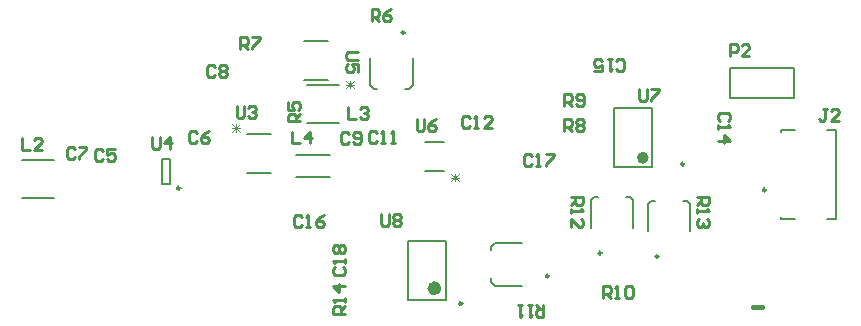
<source format=gbr>
G04*
G04 #@! TF.GenerationSoftware,Altium Limited,Altium Designer,24.6.1 (21)*
G04*
G04 Layer_Color=65535*
%FSLAX25Y25*%
%MOIN*%
G70*
G04*
G04 #@! TF.SameCoordinates,070BA572-D09E-44C5-9521-77B36399D436*
G04*
G04*
G04 #@! TF.FilePolarity,Positive*
G04*
G01*
G75*
%ADD10C,0.00984*%
%ADD11C,0.01968*%
%ADD12C,0.02362*%
%ADD13C,0.00787*%
%ADD14C,0.01575*%
%ADD15C,0.00600*%
%ADD16C,0.00300*%
%ADD17C,0.01000*%
D10*
X592055Y369886D02*
G03*
X592055Y369886I-492J0D01*
G01*
X574559Y362175D02*
G03*
X574559Y362175I-492J0D01*
G01*
X611055Y368677D02*
G03*
X611055Y368677I-492J0D01*
G01*
X526429Y443323D02*
G03*
X526429Y443323I-492J0D01*
G01*
X619638Y399543D02*
G03*
X619638Y399543I-492J0D01*
G01*
X646854Y390882D02*
G03*
X646854Y390882I-492J0D01*
G01*
X451626Y391488D02*
G03*
X451626Y391488I-492J0D01*
G01*
X545614Y353055D02*
G03*
X545614Y353055I-492J0D01*
G01*
D11*
X606821Y401610D02*
G03*
X606821Y401610I-984J0D01*
G01*
D12*
X537543Y358095D02*
G03*
X537543Y358095I-1181J0D01*
G01*
D13*
X602587Y378350D02*
Y387405D01*
X601405Y388587D02*
X602587Y387405D01*
X600224Y388587D02*
X601405D01*
X589595Y388587D02*
X590776D01*
X588413Y387405D02*
X589595Y388587D01*
X588413Y378350D02*
Y387405D01*
X556547Y373199D02*
X565602D01*
X555366Y372017D02*
X556547Y373199D01*
X555366Y370836D02*
Y372017D01*
X555366Y360206D02*
Y361387D01*
Y360206D02*
X556547Y359025D01*
X565602D01*
X621587Y377142D02*
Y386197D01*
X620405Y387378D02*
X621587Y386197D01*
X619224Y387378D02*
X620405D01*
X608595Y387378D02*
X609776D01*
X607413Y386197D02*
X608595Y387378D01*
X607413Y377142D02*
Y386197D01*
X514913Y425803D02*
Y434858D01*
Y425803D02*
X516094Y424622D01*
X517276D01*
X526724Y424622D02*
X527906D01*
X529087Y425803D01*
Y434858D01*
X596210Y398657D02*
X608790D01*
X596210D02*
Y418342D01*
X608790D01*
Y398657D02*
Y418342D01*
X667083Y381256D02*
X670279D01*
X651794Y381255D02*
X656547D01*
X651794D02*
Y381772D01*
X651776Y410232D02*
Y410745D01*
X651776D02*
X656547D01*
X667083D02*
X670280D01*
X670279Y381256D02*
Y410744D01*
X494043Y425799D02*
X504673Y425799D01*
X494043Y413201D02*
X504673D01*
X634752Y421500D02*
X656248Y421500D01*
Y431500D01*
X634752Y431500D02*
X656248Y431500D01*
X634752Y421500D02*
Y431500D01*
X445622Y392945D02*
Y401055D01*
X448378Y392945D02*
Y401055D01*
X445622D02*
X448378D01*
X445622Y392945D02*
X448378D01*
X490374Y402658D02*
X501626D01*
X490374Y395342D02*
X501626D01*
X399043Y388201D02*
X409673D01*
X399043Y400799D02*
X409673D01*
X527701Y373843D02*
X540299D01*
X527701Y354157D02*
X540299D01*
X527701D02*
Y373843D01*
X540299Y354157D02*
Y373843D01*
D14*
X642425Y351996D02*
X645575D01*
D15*
X493050Y427600D02*
X500950D01*
X493050Y440400D02*
X500950D01*
X474050Y396600D02*
X481950D01*
X474050Y409400D02*
X481950D01*
X533350Y406850D02*
X539650D01*
X533350Y397150D02*
X539650D01*
D16*
X509500Y424720D02*
X506876Y427344D01*
X509500D02*
X506876Y424720D01*
X509500Y426032D02*
X506876D01*
X508188Y427344D02*
Y424720D01*
X469000Y412780D02*
X471624Y410156D01*
X469000D02*
X471624Y412780D01*
X469000Y411468D02*
X471624D01*
X470312Y410156D02*
Y412780D01*
X544500Y393720D02*
X541876Y396344D01*
X544500D02*
X541876Y393720D01*
X544500Y395032D02*
X541876D01*
X543188Y396344D02*
Y393720D01*
D17*
X634800Y435500D02*
Y439436D01*
X636768D01*
X637424Y438780D01*
Y437468D01*
X636768Y436812D01*
X634800D01*
X641360Y435500D02*
X638736D01*
X641360Y438124D01*
Y438780D01*
X640704Y439436D01*
X639392D01*
X638736Y438780D01*
X667344Y417968D02*
X666032D01*
X666688D01*
Y414688D01*
X666032Y414032D01*
X665376D01*
X664720Y414688D01*
X671280Y414032D02*
X668656D01*
X671280Y416656D01*
Y417312D01*
X670624Y417968D01*
X669312D01*
X668656Y417312D01*
X518600Y382836D02*
Y379556D01*
X519256Y378900D01*
X520568D01*
X521224Y379556D01*
Y382836D01*
X522536Y382180D02*
X523192Y382836D01*
X524504D01*
X525160Y382180D01*
Y381524D01*
X524504Y380868D01*
X525160Y380212D01*
Y379556D01*
X524504Y378900D01*
X523192D01*
X522536Y379556D01*
Y380212D01*
X523192Y380868D01*
X522536Y381524D01*
Y382180D01*
X523192Y380868D02*
X524504D01*
X604720Y424468D02*
Y421188D01*
X605376Y420532D01*
X606688D01*
X607344Y421188D01*
Y424468D01*
X608656D02*
X611280D01*
Y423812D01*
X608656Y421188D01*
Y420532D01*
X530400Y414536D02*
Y411256D01*
X531056Y410600D01*
X532368D01*
X533024Y411256D01*
Y414536D01*
X536960D02*
X535648Y413880D01*
X534336Y412568D01*
Y411256D01*
X534992Y410600D01*
X536304D01*
X536960Y411256D01*
Y411912D01*
X536304Y412568D01*
X534336D01*
X510968Y436780D02*
X507688D01*
X507032Y436124D01*
Y434812D01*
X507688Y434156D01*
X510968D01*
Y430220D02*
Y432844D01*
X509000D01*
X509656Y431532D01*
Y430876D01*
X509000Y430220D01*
X507688D01*
X507032Y430876D01*
Y432188D01*
X507688Y432844D01*
X442200Y408436D02*
Y405156D01*
X442856Y404500D01*
X444168D01*
X444824Y405156D01*
Y408436D01*
X448104Y404500D02*
Y408436D01*
X446136Y406468D01*
X448760D01*
X470400Y418936D02*
Y415656D01*
X471056Y415000D01*
X472368D01*
X473024Y415656D01*
Y418936D01*
X474336Y418280D02*
X474992Y418936D01*
X476304D01*
X476960Y418280D01*
Y417624D01*
X476304Y416968D01*
X475648D01*
X476304D01*
X476960Y416312D01*
Y415656D01*
X476304Y415000D01*
X474992D01*
X474336Y415656D01*
X506468Y349580D02*
X502532D01*
Y351548D01*
X503188Y352204D01*
X504500D01*
X505156Y351548D01*
Y349580D01*
Y350892D02*
X506468Y352204D01*
Y353516D02*
Y354828D01*
Y354172D01*
X502532D01*
X503188Y353516D01*
X506468Y358764D02*
X502532D01*
X504500Y356796D01*
Y359420D01*
X624032Y388420D02*
X627968D01*
Y386452D01*
X627312Y385796D01*
X626000D01*
X625344Y386452D01*
Y388420D01*
Y387108D02*
X624032Y385796D01*
Y384484D02*
Y383172D01*
Y383828D01*
X627968D01*
X627312Y384484D01*
Y381204D02*
X627968Y380548D01*
Y379236D01*
X627312Y378580D01*
X626656D01*
X626000Y379236D01*
Y379892D01*
Y379236D01*
X625344Y378580D01*
X624688D01*
X624032Y379236D01*
Y380548D01*
X624688Y381204D01*
X582032Y388420D02*
X585968D01*
Y386452D01*
X585312Y385796D01*
X584000D01*
X583344Y386452D01*
Y388420D01*
Y387108D02*
X582032Y385796D01*
Y384484D02*
Y383172D01*
Y383828D01*
X585968D01*
X585312Y384484D01*
X582032Y378580D02*
Y381204D01*
X584656Y378580D01*
X585312D01*
X585968Y379236D01*
Y380548D01*
X585312Y381204D01*
X572717Y352580D02*
Y348644D01*
X570749D01*
X570093Y349300D01*
Y350612D01*
X570749Y351268D01*
X572717D01*
X571405D02*
X570093Y352580D01*
X568781D02*
X567469D01*
X568125D01*
Y348644D01*
X568781Y349300D01*
X565501Y352580D02*
X564189D01*
X564845D01*
Y348644D01*
X565501Y349300D01*
X592580Y355032D02*
Y358968D01*
X594548D01*
X595204Y358312D01*
Y357000D01*
X594548Y356344D01*
X592580D01*
X593892D02*
X595204Y355032D01*
X596516D02*
X597828D01*
X597172D01*
Y358968D01*
X596516Y358312D01*
X599796D02*
X600452Y358968D01*
X601764D01*
X602420Y358312D01*
Y355688D01*
X601764Y355032D01*
X600452D01*
X599796Y355688D01*
Y358312D01*
X579720Y419032D02*
Y422968D01*
X581688D01*
X582344Y422312D01*
Y421000D01*
X581688Y420344D01*
X579720D01*
X581032D02*
X582344Y419032D01*
X583656Y419688D02*
X584312Y419032D01*
X585624D01*
X586280Y419688D01*
Y422312D01*
X585624Y422968D01*
X584312D01*
X583656Y422312D01*
Y421656D01*
X584312Y421000D01*
X586280D01*
X579720Y410532D02*
Y414468D01*
X581688D01*
X582344Y413812D01*
Y412500D01*
X581688Y411844D01*
X579720D01*
X581032D02*
X582344Y410532D01*
X583656Y413812D02*
X584312Y414468D01*
X585624D01*
X586280Y413812D01*
Y413156D01*
X585624Y412500D01*
X586280Y411844D01*
Y411188D01*
X585624Y410532D01*
X584312D01*
X583656Y411188D01*
Y411844D01*
X584312Y412500D01*
X583656Y413156D01*
Y413812D01*
X584312Y412500D02*
X585624D01*
X471720Y438032D02*
Y441968D01*
X473688D01*
X474344Y441312D01*
Y440000D01*
X473688Y439344D01*
X471720D01*
X473032D02*
X474344Y438032D01*
X475656Y441968D02*
X478280D01*
Y441312D01*
X475656Y438688D01*
Y438032D01*
X515400Y447300D02*
Y451236D01*
X517368D01*
X518024Y450580D01*
Y449268D01*
X517368Y448612D01*
X515400D01*
X516712D02*
X518024Y447300D01*
X521960Y451236D02*
X520648Y450580D01*
X519336Y449268D01*
Y447956D01*
X519992Y447300D01*
X521304D01*
X521960Y447956D01*
Y448612D01*
X521304Y449268D01*
X519336D01*
X491468Y413720D02*
X487532D01*
Y415688D01*
X488188Y416344D01*
X489500D01*
X490156Y415688D01*
Y413720D01*
Y415032D02*
X491468Y416344D01*
X487532Y420280D02*
Y417656D01*
X489500D01*
X488844Y418968D01*
Y419624D01*
X489500Y420280D01*
X490812D01*
X491468Y419624D01*
Y418312D01*
X490812Y417656D01*
X489000Y410336D02*
Y406400D01*
X491624D01*
X494904D02*
Y410336D01*
X492936Y408368D01*
X495560D01*
X507720Y418468D02*
Y414532D01*
X510344D01*
X511656Y417812D02*
X512312Y418468D01*
X513624D01*
X514280Y417812D01*
Y417156D01*
X513624Y416500D01*
X512968D01*
X513624D01*
X514280Y415844D01*
Y415188D01*
X513624Y414532D01*
X512312D01*
X511656Y415188D01*
X398900Y408136D02*
Y404200D01*
X401524D01*
X405460D02*
X402836D01*
X405460Y406824D01*
Y407480D01*
X404804Y408136D01*
X403492D01*
X402836Y407480D01*
X503188Y365204D02*
X502532Y364548D01*
Y363236D01*
X503188Y362580D01*
X505812D01*
X506468Y363236D01*
Y364548D01*
X505812Y365204D01*
X506468Y366516D02*
Y367828D01*
Y367172D01*
X502532D01*
X503188Y366516D01*
Y369796D02*
X502532Y370452D01*
Y371764D01*
X503188Y372420D01*
X503844D01*
X504500Y371764D01*
X505156Y372420D01*
X505812D01*
X506468Y371764D01*
Y370452D01*
X505812Y369796D01*
X505156D01*
X504500Y370452D01*
X503844Y369796D01*
X503188D01*
X504500Y370452D02*
Y371764D01*
X568924Y402080D02*
X568268Y402736D01*
X566956D01*
X566300Y402080D01*
Y399456D01*
X566956Y398800D01*
X568268D01*
X568924Y399456D01*
X570236Y398800D02*
X571548D01*
X570892D01*
Y402736D01*
X570236Y402080D01*
X573516Y402736D02*
X576139D01*
Y402080D01*
X573516Y399456D01*
Y398800D01*
X492324Y381980D02*
X491668Y382636D01*
X490356D01*
X489700Y381980D01*
Y379356D01*
X490356Y378700D01*
X491668D01*
X492324Y379356D01*
X493636Y378700D02*
X494948D01*
X494292D01*
Y382636D01*
X493636Y381980D01*
X499539Y382636D02*
X498227Y381980D01*
X496915Y380668D01*
Y379356D01*
X497572Y378700D01*
X498883D01*
X499539Y379356D01*
Y380012D01*
X498883Y380668D01*
X496915D01*
X596796Y431188D02*
X597452Y430532D01*
X598764D01*
X599420Y431188D01*
Y433812D01*
X598764Y434468D01*
X597452D01*
X596796Y433812D01*
X595484Y434468D02*
X594172D01*
X594828D01*
Y430532D01*
X595484Y431188D01*
X589580Y430532D02*
X592204D01*
Y432500D01*
X590892Y431844D01*
X590236D01*
X589580Y432500D01*
Y433812D01*
X590236Y434468D01*
X591548D01*
X592204Y433812D01*
X634312Y413796D02*
X634968Y414452D01*
Y415764D01*
X634312Y416420D01*
X631688D01*
X631032Y415764D01*
Y414452D01*
X631688Y413796D01*
X631032Y412484D02*
Y411172D01*
Y411828D01*
X634968D01*
X634312Y412484D01*
X631032Y407236D02*
X634968D01*
X633000Y409204D01*
Y406580D01*
X548324Y414980D02*
X547668Y415636D01*
X546356D01*
X545700Y414980D01*
Y412356D01*
X546356Y411700D01*
X547668D01*
X548324Y412356D01*
X549636Y411700D02*
X550948D01*
X550292D01*
Y415636D01*
X549636Y414980D01*
X555539Y411700D02*
X552915D01*
X555539Y414324D01*
Y414980D01*
X554883Y415636D01*
X553572D01*
X552915Y414980D01*
X517324Y409980D02*
X516668Y410636D01*
X515356D01*
X514700Y409980D01*
Y407356D01*
X515356Y406700D01*
X516668D01*
X517324Y407356D01*
X518636Y406700D02*
X519948D01*
X519292D01*
Y410636D01*
X518636Y409980D01*
X521915Y406700D02*
X523227D01*
X522572D01*
Y410636D01*
X521915Y409980D01*
X507924Y409580D02*
X507268Y410236D01*
X505956D01*
X505300Y409580D01*
Y406956D01*
X505956Y406300D01*
X507268D01*
X507924Y406956D01*
X509236D02*
X509892Y406300D01*
X511204D01*
X511860Y406956D01*
Y409580D01*
X511204Y410236D01*
X509892D01*
X509236Y409580D01*
Y408924D01*
X509892Y408268D01*
X511860D01*
X463344Y431812D02*
X462688Y432468D01*
X461376D01*
X460720Y431812D01*
Y429188D01*
X461376Y428532D01*
X462688D01*
X463344Y429188D01*
X464656Y431812D02*
X465312Y432468D01*
X466624D01*
X467280Y431812D01*
Y431156D01*
X466624Y430500D01*
X467280Y429844D01*
Y429188D01*
X466624Y428532D01*
X465312D01*
X464656Y429188D01*
Y429844D01*
X465312Y430500D01*
X464656Y431156D01*
Y431812D01*
X465312Y430500D02*
X466624D01*
X416424Y404580D02*
X415768Y405236D01*
X414456D01*
X413800Y404580D01*
Y401956D01*
X414456Y401300D01*
X415768D01*
X416424Y401956D01*
X417736Y405236D02*
X420360D01*
Y404580D01*
X417736Y401956D01*
Y401300D01*
X457324Y409980D02*
X456668Y410636D01*
X455356D01*
X454700Y409980D01*
Y407356D01*
X455356Y406700D01*
X456668D01*
X457324Y407356D01*
X461260Y410636D02*
X459948Y409980D01*
X458636Y408668D01*
Y407356D01*
X459292Y406700D01*
X460604D01*
X461260Y407356D01*
Y408012D01*
X460604Y408668D01*
X458636D01*
X425990Y403812D02*
X425334Y404468D01*
X424022D01*
X423366Y403812D01*
Y401188D01*
X424022Y400532D01*
X425334D01*
X425990Y401188D01*
X429925Y404468D02*
X427302D01*
Y402500D01*
X428614Y403156D01*
X429270D01*
X429925Y402500D01*
Y401188D01*
X429270Y400532D01*
X427958D01*
X427302Y401188D01*
M02*

</source>
